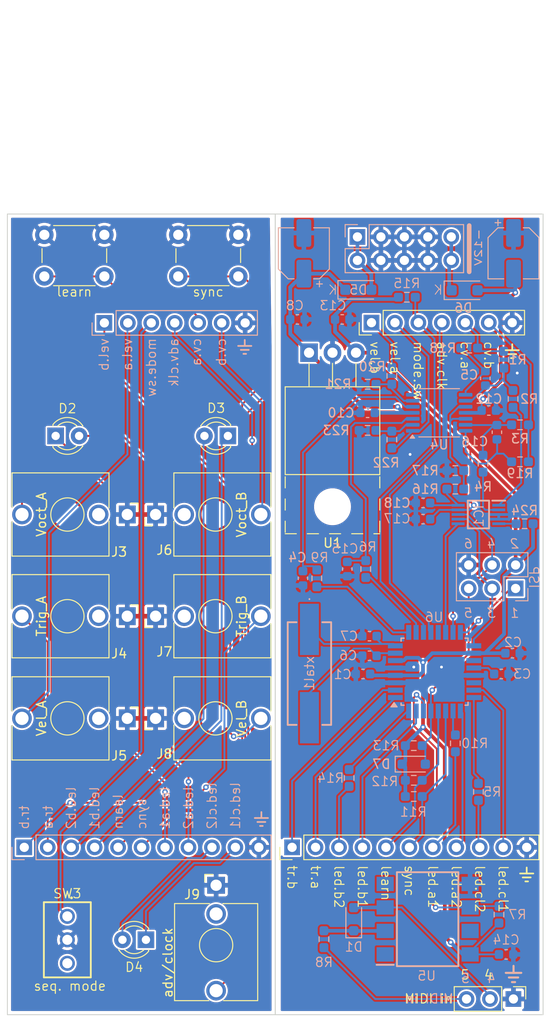
<source format=kicad_pcb>
(kicad_pcb (version 20240108) (generator "pcbnew") (generator_version "8.0")
  (layers (0 "F.Cu" signal) (31 "B.Cu" signal) (34 "B.Paste" user) (35 "F.Paste" user) (36 "B.SilkS" user "B.Silkscreen") (37 "F.SilkS" user "F.Silkscreen") (38 "B.Mask" user) (39 "F.Mask" user) (44 "Edge.Cuts" user))
  (net 0 "")
  (net 1 "GND")
  (net 2 "/SCK")
  (net 3 "/MOSI")
  (net 4 "/RESET")
  (net 5 "/MISO")
  (net 6 "/midi4")
  (net 7 "/midi5")
  (net 8 "/UART_Rx")
  (net 9 "/pwm_vel_A")
  (net 10 "/pwm_vel_b")
  (net 11 "/IO Control PCB/led_a1_f")
  (net 12 "/CS")
  (net 13 "/IO Control PCB/led_a2_f")
  (net 14 "Net-(U6-AREF)")
  (net 15 "/DAC_OUT_A")
  (net 16 "/DAC_OUT_B")
  (net 17 "+12V")
  (net 18 "-12V")
  (net 19 "Net-(D1-K)")
  (net 20 "Net-(U6-XTAL1{slash}PB6)")
  (net 21 "Net-(U6-XTAL2{slash}PB7)")
  (net 22 "/IO Control PCB/led_b1_f")
  (net 23 "/IO Control PCB/led_b2_f")
  (net 24 "Net-(D5-A)")
  (net 25 "Net-(D6-K)")
  (net 26 "5V")
  (net 27 "/CLR_DAC")
  (net 28 "/VREF_DAC")
  (net 29 "Net-(U6-PC1)")
  (net 30 "Net-(U6-PC3)")
  (net 34 "/IO Control PCB/led_cl2_f")
  (net 36 "/IO Control PCB/voct_a_f")
  (net 38 "/IO Control PCB/trig_a_f")
  (net 40 "/IO Control PCB/vel_a_f")
  (net 42 "/IO Control PCB/voct_b_f")
  (net 43 "/IO Control PCB/trig_b_f")
  (net 45 "/IO Control PCB/vel_b_f")
  (net 48 "/IO Control PCB/adv_clock_f")
  (net 49 "/IO Control PCB/led_cl1_f")
  (net 50 "/IO Control PCB/seq_mode_sw")
  (net 51 "/IO Control PCB/learn_sw_f")
  (net 52 "/IO Control PCB/sync_sw_f")
  (net 53 "/sync_sw_b")
  (net 54 "/learn_sw_b")
  (net 55 "/led_b2_b")
  (net 56 "/led_a1_b")
  (net 57 "/led_a2_b")
  (net 58 "/led_b1_b")
  (net 59 "/vel_b_b")
  (net 60 "/trig_a_b")
  (net 61 "/vel_a_b")
  (net 62 "/voct_a_b")
  (net 63 "/trig_b_b")
  (net 64 "/voct_b_b")
  (net 65 "/led_cl2_b")
  (net 66 "/seq_mode_sw_b")
  (net 67 "/adv_clock_b")
  (net 68 "/led_cl1_b")
  (net 70 "Net-(U6-PD2)")
  (net 74 "/VREF{slash}2")
  (net 75 "Net-(U4B-+)")
  (net 76 "Net-(U4A-+)")
  (net 77 "Net-(U4B--)")
  (net 78 "Net-(U4A--)")
  (net 79 "Net-(C5-Pad2)")
  (net 80 "Net-(C16-Pad2)")
  (net 81 "Net-(U4C--)")
  (net 82 "Net-(U4D--)")
  (footprint "Button_Switch_THT:SW_PUSH_6mm_H8mm" (layer "F.Cu") (at 70.33 52.95)
    (property "Reference" "SW1" (hide yes))
    (property "Value" "re-sync")
  )
  (footprint "LED_THT:LED_D3.0mm_Clear" (layer "F.Cu") (at 75.705 74.7 180)
    (property "Reference" "D3")
    (property "Value" "LED_B")
  )
  (footprint "LED_THT:LED_D3.0mm_Clear" (layer "F.Cu") (at 66.83 129.2 180)
    (property "Reference" "D4")
    (property "Value" "LED_clock")
  )
  (footprint "WeirdVibes:Thonkiconn" (layer "F.Cu") (at 67.875 94.2 90)
    (property "Reference" "J7")
    (property "Value" "Trig_B")
  )
  (footprint "WeirdVibes:Thonkiconn" (layer "F.Cu") (at 64.81 105.249999 -90)
    (property "Reference" "J5")
    (property "Value" "Vel_A")
  )
  (footprint "Connector_PinHeader_2.54mm:PinHeader_1x03_P2.54mm_Vertical" (layer "F.Cu") (at 106.62 135.6 -90)
    (property "Reference" "J10" (hide yes))
    (property "Value" "midi")
  )
  (footprint "Connector_PinHeader_2.54mm:PinHeader_1x11_P2.54mm_Vertical" (layer "F.Cu") (at 82.655 119.2 90)
    (property "Reference" "J11" (hide yes))
    (property "Value" "back bottom")
  )
  (footprint "WeirdVibes:Thonkiconn" (layer "F.Cu") (at 67.875 105.249999 90)
    (property "Reference" "J8")
    (property "Value" "Vel_B")
  )
  (footprint "WeirdVibes:Thonkiconn" (layer "F.Cu") (at 74.43 123.3)
    (property "Reference" "J9")
    (property "Value" "adv/clock")
  )
  (footprint "Connector_PinHeader_2.54mm:PinHeader_1x07_P2.54mm_Vertical" (layer "F.Cu") (at 91.250001 62.45 90)
    (property "Reference" "J13" (hide yes))
    (property "Value" "back top")
  )
  (footprint "WeirdVibes:Thonkiconn" (layer "F.Cu") (at 67.875 83.2 90)
    (property "Reference" "J6")
    (property "Value" "Voct_B")
  )
  (footprint "LED_THT:LED_D3.0mm_Clear" (layer "F.Cu") (at 57.055 74.7)
    (property "Reference" "D2")
    (property "Value" "LED_A")
  )
  (footprint "WeirdVibes:Thonkiconn" (layer "F.Cu") (at 64.81 94.2 -90)
    (property "Reference" "J4")
    (property "Value" "Trig_A")
  )
  (footprint "WeirdVibes:Thonkiconn" (layer "F.Cu") (at 64.81 83.2 -90)
    (property "Reference" "J3")
    (property "Value" "Voct_A")
  )
  (footprint "Button_Switch_THT:SW_PUSH_6mm_H8mm" (layer "F.Cu") (at 55.83 52.95)
    (property "Reference" "SW2" (hide yes))
    (property "Value" "midi learn")
  )
  (footprint "Package_TO_SOT_THT:TO-220-3_Horizontal_TabUp" (layer "F.Cu") (at 84.49 65.7)
    (property "Reference" "U1")
    (property "Value" "LM7805_TO220")
  )
  (footprint "WeirdVibes_Eurorack:submini" (layer "F.Cu") (at 58.320193 126.66 180)
    (property "Reference" "SW3")
    (property "Value" "seq. mode")
  )
  (footprint "Resistor_SMD:R_0603_1608Metric_Pad0.98x0.95mm_HandSolder" (layer "B.Cu") (at 107.33 73.5 180)
    (property "Reference" "R3")
    (property "Value" "240k")
  )
  (footprint "Capacitor_SMD:C_0603_1608Metric" (layer "B.Cu") (at 105.305 100.45)
    (property "Reference" "C3")
    (property "Value" "100n")
  )
  (footprint "Connector_PinSocket_2.54mm:PinSocket_1x07_P2.54mm_Vertical" (layer "B.Cu") (at 62.33 62.475 -90)
    (property "Reference" "J14" (hide yes))
    (property "Value" "front top")
  )
  (footprint "Capacitor_SMD:C_0603_1608Metric" (layer "B.Cu") (at 104.83 74.3 -90)
    (property "Reference" "C16")
    (property "Value" "18p")
  )
  (footprint "Diode_SMD:D_SOD-323_HandSoldering" (layer "B.Cu") (at 95.83 110.2)
    (property "Reference" "D7")
    (property "Value" "1N4148")
  )
  (footprint "Capacitor_SMD:C_0603_1608Metric" (layer "B.Cu") (at 90.83 72.2 180)
    (property "Reference" "C10")
    (property "Value" "100n")
  )
  (footprint "Resistor_SMD:R_0603_1608Metric_Pad0.98x0.95mm_HandSolder" (layer "B.Cu") (at 95.08 59.7 180)
    (property "Reference" "R15")
    (property "Value" "10k")
  )
  (footprint "Resistor_SMD:R_0603_1608Metric_Pad0.98x0.95mm_HandSolder" (layer "B.Cu") (at 105.58 66.45 -90)
    (property "Reference" "R1")
    (property "Value" "240k")
  )
  (footprint "Resistor_SMD:R_0603_1608Metric_Pad0.98x0.95mm_HandSolder" (layer "B.Cu") (at 102.83 113.2 -90)
    (property "Reference" "R5")
    (property "Value" "220R")
  )
  (footprint "Capacitor_SMD:C_0603_1608Metric" (layer "B.Cu") (at 105.83 130.78)
    (property "Reference" "C14")
    (property "Value" "100n")
  )
  (footprint "SamacSys_Parts:SOP50P490X110-10N" (layer "B.Cu") (at 102.83 83.2 180)
    (property "Reference" "IC1")
    (property "Value" "DAC8562SDGSR" (hide yes))
  )
  (footprint "Resistor_SMD:R_0603_1608Metric_Pad0.98x0.95mm_HandSolder" (layer "B.Cu") (at 106.58 70.7 -90)
    (property "Reference" "R2")
    (property "Value" "47k")
  )
  (footprint "Resistor_SMD:R_0603_1608Metric_Pad0.98x0.95mm_HandSolder" (layer "B.Cu") (at 95.83 113.7)
    (property "Reference" "R11")
    (property "Value" "10k")
  )
  (footprint "Resistor_SMD:R_0603_1608Metric_Pad0.98x0.95mm_HandSolder" (layer "B.Cu") (at 100.33 107.95 -90)
    (property "Reference" "R10")
    (property "Value" "220R")
  )
  (footprint "Resistor_SMD:R_0603_1608Metric_Pad0.98x0.95mm_HandSolder" (layer "B.Cu") (at 105.055 126.47 -90)
    (property "Reference" "R7")
    (property "Value" "1k")
  )
  (footprint "Capacitor_SMD:C_0603_1608Metric" (layer "B.Cu") (at 106.518835 98.2)
    (property "Reference" "C2")
    (property "Value" "100n")
  )
  (footprint "Capacitor_SMD:C_0603_1608Metric" (layer "B.Cu") (at 88.08 62.1)
    (property "Reference" "C13")
    (property "Value" "0.1u")
  )
  (footprint "Capacitor_SMD:C_0603_1608Metric" (layer "B.Cu") (at 88.63 89.1 90)
    (property "Reference" "C15")
    (property "Value" "1u")
  )
  (footprint "Capacitor_SMD:C_0603_1608Metric" (layer "B.Cu") (at 83.23 62.1)
    (property "Reference" "C8")
    (property "Value" "0.33u")
  )
  (footprint "Capacitor_SMD:C_0603_1608Metric" (layer "B.Cu") (at 90.33 100.45 180)
    (property "Reference" "C1")
    (property "Value" "100n")
  )
  (footprint "SamacSys_Parts:SOP254P1005X465-8N" (layer "B.Cu") (at 97.33 126.97)
    (property "Reference" "U5")
    (property "Value" "6N137" (hide yes))
  )
  (footprint "Capacitor_SMD:C_0603_1608Metric" (layer "B.Cu") (at 96.83 83.7 180)
    (property "Reference" "C17")
    (property "Value" "1u")
  )
  (footprint "Resistor_SMD:R_0603_1608Metric_Pad0.98x0.95mm_HandSolder" (layer "B.Cu") (at 101.83 65.2 180)
    (property "Reference" "R18")
    (property "Value" "1k")
  )
  (footprint "Connector_PinHeader_2.54mm:PinHeader_2x03_P2.54mm_Vertical" (layer "B.Cu") (at 106.855 91.2 90)
    (property "Reference" "J2" (hide yes))
    (property "Value" "ISP connector")
  )
  (footprint "Capacitor_SMD:C_0603_1608Metric" (layer "B.Cu") (at 96.83 81.95 180)
    (property "Reference" "C18")
    (property "Value" "150n")
  )
  (footprint "Capacitor_SMD:C_0603_1608Metric" (layer "B.Cu") (at 91.030379 96.35736 180)
    (property "Reference" "C7")
    (property "Value" "18p")
  )
  (footprint "Resistor_SMD:R_0603_1608Metric_Pad0.98x0.95mm_HandSolder" (layer "B.Cu") (at 90.83 74.1 180)
    (property "Reference" "R23")
    (property "Value" "56k")
  )
  (footprint "Resistor_SMD:R_0603_1608Metric_Pad0.98x0.95mm_HandSolder" (layer "B.Cu") (at 93.455 68.2 -90)
    (property "Reference" "R20")
    (property "Value" "33k")
  )
  (footprint "Resistor_SMD:R_0603_1608Metric_Pad0.98x0.95mm_HandSolder" (layer "B.Cu") (at 95.83 108.2 180)
    (property "Reference" "R13")
    (property "Value" "10k")
  )
  (footprint "Resistor_SMD:R_0603_1608Metric_Pad0.98x0.95mm_HandSolder" (layer "B.Cu") (at 85.33 90.1 90)
    (property "Reference" "R9")
    (property "Value" "10k")
  )
  (footprint "Connector_PinHeader_2.54mm:PinHeader_2x05_P2.54mm_Vertical" (layer "B.Cu") (at 89.73 53.175 -90)
    (property "Reference" "J1" (hide yes))
    (property "Value" "PWR_IN")
  )
  (footprint "Resistor_SMD:R_0603_1608Metric_Pad0.98x0.95mm_HandSolder" (layer "B.Cu") (at 107.33 77.5 180)
    (property "Reference" "R19")
    (property "Value" "1k")
  )
  (footprint "Connector_PinSocket_2.54mm:PinSocket_1x11_P2.54mm_Vertical" (layer "B.Cu") (at 53.657822 119.2 -90)
    (property "Reference" "J12" (hide yes))
    (property "Value" "front bottom")
  )
  (footprint "SamacSys_Parts:XT9M20ANA20M" (layer "B.Cu") (at 84.531992 100.401992 -90)
    (property "Reference" "xtal1")
    (property "Value" "16MHz" (hide yes))
  )
  (footprint "Diode_SMD:D_SOD-123F" (layer "B.Cu") (at 101.33 58.95)
    (property "Reference" "D6")
    (property "Value" "rpp diode")
  )
  (footprint "Resistor_SMD:R_0603_1608Metric_Pad0.98x0.95mm_HandSolder" (layer "B.Cu") (at 93.455 75.1 90)
    (property "Reference" "R22")
    (property "Value" "33k")
  )
  (footprint "Resistor_SMD:R_0603_1608Metric_Pad0.98x0.95mm_HandSolder" (layer "B.Cu") (at 103.33 77.7 -90)
    (property "Reference" "R4")
    (property "Value" "47k")
  )
  (footprint "Resistor_SMD:R_0603_1608Metric_Pad0.98x0.95mm_HandSolder" (layer "B.Cu") (at 100.33 78.45)
    (property "Reference" "R17")
    (property "Value" "47k")
  )
  (footprint "Capacitor_SMD:C_0603_1608Metric" (layer "B.Cu") (at 103.955 71.95 180)
    (property "Reference" "C12")
    (property "Value" "100n")
  )
  (footprint "Resistor_SMD:R_0603_1608Metric_Pad0.98x0.95mm_HandSolder" (layer "B.Cu") (at 86.105 129.1325 90)
    (property "Reference" "R8")
    (property "Value" "220R")
  )
  (footprint "Diode_SMD:D_SOD-323_HandSoldering" (layer "B.Cu") (at 89.33 126.97 90)
    (property "Reference" "D1")
    (property "Value" "1N4148")
  )
  (footprint "Resistor_SMD:R_0603_1608Metric_Pad0.98x0.95mm_HandSolder" (layer "B.Cu") (at 90.83 69.1125 180)
    (property "Reference" "R21")
    (property "Value" "56k")
  )
  (footprint "Capacitor_SMD:CP_Elec_5x5.4" (layer "B.Cu") (at 106.63 54.95 -90)
    (property "Reference" "C11" (hide yes))
    (property "Value" "10u")
  )
  (footprint "Diode_SMD:D_SOD-123F" (layer "B.Cu") (at 89.83 58.9)
    (property "Reference" "D5")
    (property "Value" "rpp diode")
  )
  (footprint "Resistor_SMD:R_0603_1608Metric_Pad0.98x0.95mm_HandSolder" (layer "B.Cu") (at 90.63 89.1 90)
    (property "Reference" "R6")
    (property "Value" "10k")
  )
  (footprint "Capacitor_SMD:C_0603_1608Metric" (layer "B.Cu") (at 103.58 68.475 90)
    (property "Reference" "C5")
    (property "Value" "18p")
  )
  (footprint "Package_SO:TSSOP-14_4.4x5mm_P0.65mm" (layer "B.Cu") (at 98.58 72.2)
    (property "Reference" "U4")
    (property "Value" "OPA4196xD")
  )
  (footprint "Resistor_SMD:R_0603_1608Metric_Pad0.98x0.95mm_HandSolder" (layer "B.Cu") (at 107.83 84.2 180)
    (property "Reference" "R24")
    (property "Value" "10k")
  )
  (footprint "Resistor_SMD:R_0603_1608Metric_Pad0.98x0.95mm_HandSolder" (layer "B.Cu") (at 95.83 111.95)
    (property "Reference" "R12")
    (property "Value" "10k")
  )
  (footprint "Capacitor_SMD:CP_Elec_5x5.4" (layer "B.Cu") (at 83.93 54.95 90)
    (property "Reference" "C9" (hide yes))
    (property "Value" "10u")
  )
  (footprint "Capacitor_SMD:C_0603_1608Metric" (layer "B.Cu") (at 83.83 90.1 90)
    (property "Reference" "C4")
    (property "Value" "1u")
  )
  (footprint "Capacitor_SMD:C_0603_1608Metric" (layer "B.Cu") (at 91.030379 98.47868 180)
    (property "Reference" "C6")
    (property "Value" "18p")
  )
  (footprint "Package_QFP:TQFP-32_7x7mm_P0.8mm" (layer "B.Cu") (at 98.08 100.2)
    (property "Reference" "U6")
    (property "Value" "ATmega328-A")
  )
  (footprint "Resistor_SMD:R_0603_1608Metric_Pad0.98x0.95mm_HandSolder" (layer "B.Cu") (at 100.33 80.45 180)
    (property "Reference" "R16")
    (property "Value" "47k")
  )
  (footprint "Resistor_SMD:R_0603_1608Metric_Pad0.98x0.95mm_HandSolder" (layer "B.Cu") (at 88.83 111.7 -90)
    (property "Reference" "R14")
    (property "Value" "220R")
  )
  (gr_line (start 101.83 56.95) (end 101.83 51.95) (stroke (width 0.5) (type dash)) (layer "B.SilkS"))
  (gr_rect (start 80.83 50.7) (end 109.83 137.3) (stroke (width 0.1)) (fill none) (layer "Edge.Cuts"))
  (gr_rect (start 51.83 50.7) (end 80.83 137.3) (stroke (width 0.1)) (fill none) (layer "Edge.Cuts"))
  (gr_text "tr.a" (at 56.23 115.961905 90) (layer "B.SilkS") (effects (font (size 1 1) (thickness 0.125)) (justify mirror)))
  (gr_text "6" (at 102.33 86.95 0) (layer "B.SilkS") (effects (font (size 1 1) (thickness 0.125) (italic yes)) (justify left bottom mirror)))
  (gr_text "ISP" (at 108.23 91.278994 -90) (layer "B.SilkS") (effects (font (size 1 1) (thickness 0.125)) (justify left bottom mirror)))
  (gr_text "4" (at 104.83 86.95 0) (layer "B.SilkS") (effects (font (size 1 1) (thickness 0.125) (italic yes)) (justify left bottom mirror)))
  (gr_text "led.cl2" (at 73.977822 114.7 90) (layer "B.SilkS") (effects (font (size 1 1) (thickness 0.125)) (justify mirror)))
  (gr_text "sync" (at 66.357822 115.580953 90) (layer "B.SilkS") (effects (font (size 1 1) (thickness 0.125)) (justify mirror)))
  (gr_text "3" (at 104.83 94.45 0) (layer "B.SilkS") (effects (font (size 1 1) (thickness 0.125) (italic yes)) (justify left bottom mirror)))
  (gr_text "led.a2" (at 71.437822 114.938096 90) (layer "B.SilkS") (effects (font (size 1 1) (thickness 0.125)) (justify mirror)))
  (gr_text "5" (at 101.43 133.375 0) (layer "B.SilkS") (effects (font (size 1 1) (thickness 0.125)) (justify mirror)))
  (gr_text "4" (at 104.213369 133.375 0) (layer "B.SilkS") (effects (font (size 1 1) (thickness 0.125)) (justify mirror)))
  (gr_text "⏚" (at 79.33 116.2 0) (layer "B.SilkS") (effects (font (size 1.5 1.5) (thickness 0.1875)) (justify mirror)))
  (gr_text "adv.clk" (at 69.83 66.757143 90) (layer "B.SilkS") (effects (font (size 1 1) (thickness 0.125)) (justify mirror)))
  (gr_text "⏚" (at 106.63 132.975 0) (layer "B.SilkS") (effects (font (size 1.75 1.75) (thickness 0.21875))))
  (gr_text "led.cl1" (at 76.517822 114.7 90) (layer "B.SilkS") (effects (font (size 1 1) (thickness 0.125)) (justify mirror)))
  (gr_text "vel.b" (at 62.29 65.9 90) (layer "B.SilkS") (effects (font (size 1 1) (thickness 0.125)) (justify mirror)))
  (gr_text "5" (at 102.33 94.45 0) (layer "B.SilkS") (effects (font (size 1 1) (thickness 0.125) (italic yes)) (justify left bottom mirror)))
  (gr_text "1" (at 107.33 94.45 0) (layer "B.SilkS") (effects (font (size 1 1) (thickness 0.125) (italic yes)) (justify left bottom mirror)))
  (gr_text "led.b1" (at 61.277822 114.938096 90) (layer "B.SilkS") (effects (font (size 1 1) (thickness 0.125)) (justify mirror)))
  (gr_text "led.b2" (at 58.737822 114.938096 90) (layer "B.SilkS") (effects (font (size 1 1) (thickness 0.125)) (justify mirror)))
  (gr_text "K" (at 87.63 59.5 0) (layer "B.SilkS") (effects (font (size 1 1) (thickness 0.1)) (justify left bottom mirror)))
  (gr_text "tr.b" (at 53.657822 115.961905 90) (layer "B.SilkS") (effects (font (size 1 1) (thickness 0.125)) (justify mirror)))
  (gr_text "led.a1" (at 68.897822 114.938096 90) (layer "B.SilkS") (effects (font (size 1 1) (thickness 0.125)) (justify mirror)))
  (gr_text "MIDI in" (at 97.53 135.575 0) (layer "B.SilkS") (effects (font (size 1 1) (thickness 0.125)) (justify mirror)))
  (gr_text "cv.b" (at 74.99 65.638095 90) (layer "B.SilkS") (effects (font (size 1 1) (thickness 0.125)) (justify mirror)))
  (gr_text "K" (at 99.03 59.5 0) (layer "B.SilkS") (effects (font (size 1 1) (thickness 0.1)) (justify left bottom mirror)))
  (gr_text "⏚" (at 77.53 65.138095 -0) (layer "B.SilkS") (effects (font (size 1.5 1.5) (thickness 0.1875)) (justify mirror)))
  (gr_text "cv.a" (at 72.289998 65.638095 90) (layer "B.SilkS") (effects (font (size 1 1) (thickness 0.125)) (justify mirror)))
  (gr_text "vel.a" (at 64.83 65.9 90) (layer "B.SilkS") (effects (font (size 1 1) (thickness 0.125)) (justify mirror)))
  (gr_text "2" (at 107.33 86.95 0) (layer "B.SilkS") (effects (font (size 1 1) (thickness 0.125) (italic yes)) (justify left bottom mirror)))
  (gr_text "mode.sw" (at 67.41 67.304762 90) (layer "B.SilkS") (effects (font (size 1 1) (thickness 0.125)) (justify mirror)))
  (gr_text "-12V" (at 102.83 54.3 90) (layer "B.SilkS") (effects (font (size 0.75 1) (thickness 0.125)) (justify mirror)))
  (gr_text "learn" (at 63.817822 115.342857 90) (layer "B.SilkS") (effects (font (size 1 1) (thickness 0.125)) (justify mirror)))
  (gr_text "sync" (at 95.355 122.819048 -90) (layer "F.SilkS") (effects (font (size 1 1) (thickness 0.125))))
  (gr_text "tr.b" (at 82.655 122.438095 -90) (layer "F.SilkS") (effects (font (size 1 1) (thickness 0.125))))
  (gr_text "led.a2" (at 100.435001 123.461905 -90) (layer "F.SilkS") (effects (font (size 1 1) (thickness 0.125))))
  (gr_text "5" (at 101.382335 132.985845 0) (layer "F.SilkS") (effects (font (size 1 1) (thickness 0.125))))
  (gr_text "cv.a" (at 101.410001 65.980952 -90) (layer "F.SilkS") (effects (font (size 1 1) (thickness 0.125))))
  (gr_text "led.b2" (at 87.734999 123.461905 -90) (layer "F.SilkS") (effects (font (size 1 1) (thickness 0.125))))
  (gr_text "adv.clk" (at 98.870001 67.1 -90) (layer "F.SilkS") (effects (font (size 1 1) (thickness 0.125))))
  (gr_text "⏚" (at 108.055 122.2 -0) (layer "F.SilkS") (effects (font (size 1.5 1.5) (thickness 0.1875))))
  (gr_text "MIDI in" (at 97.43 135.575 0) (layer "F.SilkS") (effects (font (size 1 1) (thickness 0.125))))
  (gr_text "led.a1" (at 97.895 123.461905 -90) (layer "F.SilkS") (effects (font (size 1 1) (thickness 0.125))))
  (gr_text "vel.b" (at 91.63 66.242857 -90) (layer "F.SilkS") (effects (font (size 1 1) (thickness 0.125))))
  (gr_text "learn" (at 57.087738 59.7 0) (layer "F.SilkS") (effects (font (size 1 1) (thickness 0.125)) (justify left bottom)))
  (gr_text "led.b1" (at 90.275 123.461905 -90) (layer "F.SilkS") (effects (font (size 1 1) (thickness 0.125))))
  (gr_text "⏚" (at 106.63 132.975 0) (layer "F.SilkS") (effects (font (size 1.75 1.75) (thickness 0.21875))))
  (gr_text "learn" (at 92.815 123.057143 -90) (layer "F.SilkS") (effects (font (size 1 1) (thickness 0.125))))
  (gr_text "tr.a" (at 85.195 122.438095 -90) (layer "F.SilkS") (effects (font (size 1 1) (thickness 0.125))))
  (gr_text "sync" (at 71.825833 59.7 0) (layer "F.SilkS") (effects (font (size 1 1) (thickness 0.125)) (justify left bottom)))
  (gr_text "4" (at 103.922335 132.985845 0) (layer "F.SilkS") (effects (font (size 1 1) (thickness 0.125))))
  (gr_text "⏚" (at 106.490001 65.6 -0) (layer "F.SilkS") (effects (font (size 1.5 1.5) (thickness 0.1875))))
  (gr_text "led.cl2" (at 102.975 123.7 -90) (layer "F.SilkS") (effects (font (size 1 1) (thickness 0.125))))
  (gr_text "mode.sw" (at 96.33 67.647618 -90) (layer "F.SilkS") (effects (font (size 1 1) (thickness 0.125))))
  (gr_text "cv.b" (at 103.950001 65.980952 270) (layer "F.SilkS") (effects (font (size 1 1) (thickness 0.125))))
  (gr_text "vel.a" (at 93.790001 66.242857 -90) (layer "F.SilkS") (effects (font (size 1 1) (thickness 0.125))))
  (gr_text "led.cl1" (at 105.515 123.7 -90) (layer "F.SilkS") (effects (font (size 1 1) (thickness 0.125))))
  (via (at 98.83 99.7) (size 0.6) (drill 0.3) (layers "F.Cu" "B.Cu") (net 1))
  (via (at 95.83 99.7) (size 0.6) (drill 0.3) (layers "F.Cu" "B.Cu") (net 1))
  (via (at 107.03 67.9) (size 0.6) (drill 0.3) (layers "F.Cu" "B.Cu") (net 1))
  (via (at 95.43 76.7) (size 0.6) (drill 0.3) (layers "F.Cu" "B.Cu") (net 1))
  (segment (start 104.33 94.7) (end 104.33 91.215) (width 0.2) (layer "B.Cu") (net 2))
  (segment (start 102.33 96.7) (end 104.33 94.7) (width 0.2) (layer "B.Cu") (net 2))
  (segment (start 104.315 91.2) (end 102.925 89.81) (width 0.2) (layer "B.Cu") (net 2))
  (segment (start 102.925 85.045) (end 101.579999 83.699999) (width 0.2) (layer "B.Cu") (net 2))
  (segment (start 102.33 97.4) (end 102.33 96.7) (width 0.2) (layer "B.Cu") (net 2))
  (segment (start 101.579999 83.699999) (end 100.63 83.699999) (width 0.2) (layer "B.Cu") (net 2))
  (segment (start 102.925 89.81) (end 102.925 85.045) (width 0.2) (layer "B.Cu") (net 2))
  (segment (start 104.315 88.66) (end 102.925 90.05) (width 0.2) (layer "F.Cu") (net 3))
  (segment (start 101.298654 90.05) (end 100.08 91.268654) (width 0.2) (layer "F.Cu") (net 3))
  (segment (start 102.925 90.05) (end 101.298654 90.05) (width 0.2) (layer "F.Cu") (net 3))
  (segment (start 100.08 91.268654) (end 100.08 94.2) (width 0.2) (layer "F.Cu") (net 3))
  (via (at 100.08 94.2) (size 0.6) (drill 0.3) (layers "F.Cu" "B.Cu") (net 3))
  (segment (start 101.580001 83.2) (end 100.63 83.2) (width 0.2) (layer "B.Cu") (net 3))
  (segment (start 100.08 95.95) (end 100.08 94.2) (width 0.2) (layer "B.Cu") (net 3))
  (segment (start 104.315 88.66) (end 104.315 85.934999) (width 0.2) (layer "B.Cu") (net 3))
  (segment (start 104.315 85.934999) (end 101.580001 83.2) (width 0.2) (layer "B.Cu") (net 3))
  (segment (start 101.775 91.2) (end 101.775 98.255) (width 0.2) (layer "F.Cu") (net 4))
  (segment (start 101.775 98.255) (end 97.83 102.2) (width 0.2) (layer "F.Cu") (net 4))
  (via (at 97.83 102.2) (size 0.6) (drill 0.3) (layers "F.Cu" "B.Cu") (net 4))
  (segment (start 97.68 102.35) (end 97.83 102.2) (width 0.2) (layer "B.Cu") (net 4))
  (segment (start 97.079999 110.2) (end 97.079999 108.537499) (width 0.2) (layer "B.Cu") (net 4))
  (segment (start 96.7425 108.2) (end 97.68 107.2625) (width 0.2) (layer "B.Cu") (net 4))
  (segment (start 97.68 104.45) (end 97.68 102.35) (width 0.2) (layer "B.Cu") (net 4))
  (segment (start 97.68 107.2625) (end 97.68 104.45) (width 0.2) (layer "B.Cu") (net 4))
  (segment (start 106.33 91.2) (end 102.83 94.7) (width 0.2) (layer "F.Cu") (net 5))
  (via (at 102.83 94.7) (size 0.6) (drill 0.3) (layers "F.Cu" "B.Cu") (net 5))
  (segment (start 100.88 95.95) (end 101.58 95.95) (width 0.2) (layer "B.Cu") (net 5))
  (segment (start 101.58 95.95) (end 102.83 94.7) (width 0.2) (layer "B.Cu") (net 5))
  (segment (start 92.73 125.7) (end 89.35 125.7) (width 0.4) (layer "B.Cu") (net 6))
  (segment (start 92.73 125.7) (end 94.53 125.7) (width 0.2) (layer "B.Cu") (net 6))
  (segment (start 104.08 135.25) (end 104.08 135.6) (width 0.2) (layer "B.Cu") (net 6))
  (segment (start 94.53 125.7) (end 104.08 135.25) (width 0.2) (layer "B.Cu") (net 6))
  (segment (start 86.105 130.045) (end 91.66 135.6) (width 0.2) (layer "B.Cu") (net 7))
  (segment (start 91.66 135.6) (end 101.54 135.6) (width 0.2) (layer "B.Cu") (net 7))
  (segment (start 98.33 108.548529) (end 95.83 106.048529) (width 0.2) (layer "F.Cu") (net 8))
  (segment (start 96.745 118.723654) (end 98.33 117.138654) (width 0.2) (layer "F.Cu") (net 8))
  (segment (start 95.83 103) (end 96.13 102.7) (width 0.2) (layer "F.Cu") (net 8))
  (segment (start 96.745 124.25) (end 96.745 118.723654) (width 0.2) (layer "F.Cu") (net 8))
  (segment (start 95.83 106.048529) (end 95.83 103) (width 0.2) (layer "F.Cu") (net 8))
  (segment (start 98.33 117.138654) (end 98.33 108.548529) (width 0.2) (layer "F.Cu") (net 8))
  (segment (start 98.195 125.7) (end 96.745 124.25) (width 0.2) (layer "F.Cu") (net 8))
  (via (at 98.195 125.7) (size 0.6) (drill 0.3) (layers "F.Cu" "B.Cu") (net 8))
  (via (at 96.13 102.7) (size 0.6) (drill 0.3) (layers "F.Cu" "B.Cu") (net 8))
  (segment (start 102.2025 125.5575) (end 105.055 125.5575) (width 0.2) (layer "B.Cu") (net 8))
  (segment (start 98.195 125.7) (end 101.93 125.7) (width 0.2) (layer "B.Cu") (net 8))
  (segment (start 96.88 103.45) (end 96.88 104.45) (width 0.2) (layer "B.Cu") (net 8))
  (segment (start 96.13 102.7) (end 96.88 103.45) (width 0.2) (layer "B.Cu") (net 8))
  (segment (start 96.08 94.95) (end 91.1425 90.0125) (width 0.2) (layer "B.Cu") (net 9))
  (segment (start 91.1425 90.0125) (end 90.63 90.0125) (width 0.2) (layer "B.Cu") (net 9))
  (segment (start 96.08 95.95) (end 96.08 94.95) (width 0.2) (layer "B.Cu") (net 9))
  (segment (start 95.28 95.95) (end 93.58 95.95) (width 0.2) (layer "B.Cu") (net 10))
  (segment (start 88.6425 91.0125) (end 85.33 91.0125) (width 0.2) (layer "B.Cu") (net 10))
  (segment (start 93.58 95.95) (end 88.6425 91.0125) (width 0.2) (layer "B.Cu") (net 10))
  (segment (start 63.33 106.7) (end 63.33 80.975) (width 0.2) (layer "F.Cu") (net 11))
  (segment (start 63.33 80.975) (end 57.055 74.7) (width 0.2) (layer "F.Cu") (net 11))
  (segment (start 68.897822 112.267822) (end 63.33 106.7) (width 0.2) (layer "F.Cu") (net 11))
  (segment (start 68.897822 113.2) (end 68.897822 112.267822) (width 0.2) (layer "F.Cu") (net 11))
  (via (at 68.897822 113.2) (size 0.6) (drill 0.3) (layers "F.Cu" "B.Cu") (net 11))
  (segment (start 68.897822 113.2) (end 68.897822 119.2) (width 0.2) (layer "B.Cu") (net 11))
  (segment (start 99.28 85.55) (end 100.63 84.2) (width 0.2) (layer "B.Cu") (net 12))
  (segment (start 99.28 95.95) (end 99.28 85.55) (width 0.2) (layer "B.Cu") (net 12))
  (segment (start 69.61 79.98) (end 64.33 74.7) (width 0.2) (layer "F.Cu") (net 13))
  (segment (start 69.61 109.48) (end 69.61 79.98) (width 0.2) (layer "F.Cu") (net 13))
  (segment (start 71.437822 111.307822) (end 69.61 109.48) (width 0.2) (layer "F.Cu") (net 13))
  (segment (start 71.437822 112.092178) (end 71.437822 111.307822) (width 0.2) (layer "F.Cu") (net 13))
  (segment (start 64.33 74.7) (end 59.595 74.7) (width 0.2) (layer "F.Cu") (net 13))
  (via (at 71.437822 112.092178) (size 0.6) (drill 0.3) (layers "F.Cu" "B.Cu") (net 13))
  (segment (start 71.437822 112.092178) (end 71.437822 119.2) (width 0.2) (layer "B.Cu") (net 13))
  (segment (start 104.53 100.45) (end 103.88 99.8) (width 0.2) (layer "B.Cu") (net 14))
  (segment (start 103.88 99.8) (end 102.33 99.8) (width 0.2) (layer "B.Cu") (net 14))
  (segment (start 105.03 82.2) (end 107.455 79.775) (width 0.2) (layer "B.Cu") (net 15))
  (segment (start 107.455 72.4875) (end 106.58 71.6125) (width 0.2) (layer "B.Cu") (net 15))
  (segment (start 107.455 73.666722) (end 107.455 72.4875) (width 0.2) (layer "B.Cu") (net 15))
  (segment (start 107.448415 75.976693) (end 107.448415 73.673307) (width 0.2) (layer "B.Cu") (net 15))
  (segment (start 107.448415 73.673307) (end 107.455 73.666722) (width 0.2) (layer "B.Cu") (net 15))
  (segment (start 107.455 79.775) (end 107.455 75.983278) (width 0.2) (layer "B.Cu") (net 15))
  (segment (start 107.455 75.983278) (end 107.448415 75.976693) (width 0.2) (layer "B.Cu") (net 15))
  (segment (start 103.33 78.6125) (end 103.33 82.45) (width 0.2) (layer "B.Cu") (net 16))
  (segment (start 103.580001 82.700001) (end 105.03 82.700001) (width 0.2) (layer "B.Cu") (net 16))
  (segment (start 103.33 82.45) (end 103.580001 82.700001) (width 0.2) (layer "B.Cu") (net 16))
  (segment (start 90.34 71.55) (end 94.08 71.55) (width 0.4) (layer "F.Cu") (net 17))
  (segment (start 84.49 65.7) (end 90.34 71.55) (width 0.4) (layer "F.Cu") (net 17))
  (via (at 94.08 71.55) (size 0.6) (drill 0.3) (layers "F.Cu" "B.Cu") (net 17))
  (segment (start 82.455 63.665) (end 84.49 65.7) (width 0.4) (layer "B.Cu") (net 17))
  (segment (start 86.68 57.15) (end 88.43 58.9) (width 0.4) (layer "B.Cu") (net 17))
  (segment (start 82.455 62.1) (end 82.455 58.625) (width 0.4) (layer "B.Cu") (net 17))
  (segment (start 94.73 72.2) (end 94.08 71.55) (width 0.4) (layer "B.Cu") (net 17))
  (segment (start 82.455 58.625) (end 83.93 57.15) (width 0.4) (layer "B.Cu") (net 17))
  (segment (start 95.7175 72.2) (end 91.605 72.2) (width 0.4) (layer "B.Cu") (net 17))
  (segment (start 95.7175 72.2) (end 94.73 72.2) (width 0.4) (layer "B.Cu") (net 17))
  (segment (start 82.455 62.1) (end 82.455 63.665) (width 0.4) (layer "B.Cu") (net 17))
  (segment (start 83.93 57.15) (end 86.68 57.15) (width 0.4) (layer "B.Cu") (net 17))
  (segment (start 105.240001 68.789999) (end 103.33 70.7) (width 0.4) (layer "F.Cu") (net 18))
  (segment (start 106.83 59.2) (end 105.240001 60.789999) (width 0.4) (layer "F.Cu") (net 18))
  (segment (start 105.240001 60.789999) (end 105.240001 68.789999) (width 0.4) (layer "F.Cu") (net 18))
  (via (at 106.83 59.2) (size 0.6) (drill 0.3) (layers "F.Cu" "B.Cu") (net 18))
  (via (at 103.33 70.7) (size 0.6) (drill 0.3) (layers "F.Cu" "B.Cu") (net 18))
  (segment (start 106.83 59.2) (end 106.83 57.35) (width 0.4) (layer "B.Cu") (net 18))
  (segment (start 102.93 72.2) (end 103.18 71.95) (width 0.4) (layer "B.Cu") (net 18))
  (segment (start 101.4425 72.2) (end 102.93 72.2) (width 0.4) (layer "B.Cu") (net 18))
  (segment (start 103.18 70.85) (end 103.33 70.7) (width 0.2) (layer "B.Cu") (net 18))
  (segment (start 102.98 58.95) (end 106.58 58.95) (width 0.4) (layer "B.Cu") (net 18))
  (segment (start 106.58 58.95) (end 106.83 59.2) (width 0.4) (layer "B.Cu") (net 18))
  (segment (start 103.18 71.95) (end 103.18 70.85) (width 0.2) (layer "B.Cu") (net 18))
  (segment (start 92.73 128.24) (end 89.35 128.24) (width 0.4) (layer "B.Cu") (net 19))
  (segment (start 89.33 128.22) (end 86.105 128.22) (width 0.4) (layer "B.Cu") (net 19))
  (segment (start 91.026699 97.7) (end 89.33 97.7) (width 0.2) (layer "B.Cu") (net 20))
  (segment (start 84.531992 102.498008) (end 84.531992 105.176992) (width 0.2) (layer "B.Cu") (net 20))
  (segment (start 91.805379 98.47868) (end 91.026699 97.7) (width 0.2) (layer "B.Cu") (net 20))
  (segment (start 93.83 98.2) (end 92.084059 98.2) (width 0.2) (layer "B.Cu") (net 20))
  (segment (start 89.33 97.7) (end 84.531992 102.498008) (width 0.2) (layer "B.Cu") (net 20))
  (segment (start 93.63 97.2) (end 93.83 97.4) (width 0.2) (layer "B.Cu") (net 21))
  (segment (start 92.354621 97.2) (end 91.805379 96.650758) (width 0.2) (layer "B.Cu") (net 21))
  (segment (start 86.105 97.2) (end 93.63 97.2) (width 0.2) (layer "B.Cu") (net 21))
  (segment (start 84.531992 95.626992) (end 86.105 97.2) (width 0.2) (layer "B.Cu") (net 21))
  (segment (start 93.63 97.2) (end 92.354621 97.2) (width 0.2) (layer "B.Cu") (net 21))
  (segment (start 75.003 98.009552) (end 75.03 97.982552) (width 0.2) (layer "B.Cu") (net 22))
  (segment (start 61.277822 119.2) (end 75.003 105.474822) (width 0.2) (layer "B.Cu") (net 22))
  (segment (start 75.03 97.982552) (end 75.03 75.5) (width 0.2) (layer "B.Cu") (net 22))
  (segment (start 75.003 105.474822) (end 75.003 98.009552) (width 0.2) (layer "B.Cu") (net 22))
  (segment (start 73.065 105.2777) (end 59.1427 119.2) (width 0.2) (layer "B.Cu") (net 23))
  (segment (start 73.065 74.925) (end 73.065 105.2777) (width 0.2) (layer "B.Cu") (net 23))
  (segment (start 91.23 58.9) (end 91.23 57.215) (width 0.4) (layer "B.Cu") (net 24))
  (segment (start 91.23 57.215) (end 89.73 55.715) (width 0.4) (layer "B.Cu") (net 24))
  (segment (start 89.73 55.715) (end 89.73 53.175) (width 0.4) (layer "B.Cu") (net 24))
  (segment (start 99.665 58.935) (end 99.665 55.94) (width 0.4) (layer "B.Cu") (net 25))
  (segment (start 99.89 55.715) (end 99.89 53.175) (width 0.4) (layer "B.Cu") (net 25))
  (segment (start 99.665 55.94) (end 99.89 55.715) (width 0.4) (layer "B.Cu") (net 25))
  (segment (start 99.83 129.47) (end 99.185 128.825) (width 0.4) (layer "F.Cu") (net 26))
  (segment (start 89.569999 65.7) (end 91.58 65.7) (width 0.4) (layer "F.Cu") (net 26))
  (segment (start 91.58 65.7) (end 102.205 76.325) (width 0.4) (layer "F.Cu") (net 26))
  (segment (start 106.855 80.975) (end 106.855 88.66) (width 0.4) (layer "F.Cu") (net 26))
  (segment (start 101.955 81.825) (end 101.955 76.075) (width 0.2) (layer "F.Cu") (net 26))
  (segment (start 102.33 82.2) (end 101.955 81.825) (width 0.2) (layer "F.Cu") (net 26))
  (segment (start 102.205 76.325) (end 106.855 80.975) (width 0.4) (layer "F.Cu") (net 26))
  (segment (start 101.955 76.075) (end 102.205 76.325) (width 0.4) (layer "F.Cu") (net 26))
  (segment (start 99.185 108.555) (end 96.83 106.2) (width 0.4) (layer "F.Cu") (net 26))
  (segment (start 96.83 106.2) (end 96.83 99.2) (width 0.4) (layer "F.Cu") (net 26))
  (segment (start 99.185 128.825) (end 99.185 108.555) (width 0.4) (layer "F.Cu") (net 26))
  (via (at 102.33 82.2) (size 0.6) (drill 0.3) (layers "F.Cu" "B.Cu") (net 26))
  (via (at 96.83 106.2) (size 0.6) (drill 0.3) (layers "F.Cu" "B.Cu") (net 26))
  (via (at 96.83 99.2) (size 0.6) (drill 0.3) (layers "F.Cu" "B.Cu") (net 26))
  (via (at 99.83 129.47) (size 0.6) (drill 0.3) (layers "F.Cu" "B.Cu") (net 26))
  (segment (start 105.055 130.78) (end 101.93 130.78) (width 0.2) (layer "B.Cu") (net 26))
  (segment (start 96.33 98.7) (end 96.83 99.2) (width 0.4) (layer "B.Cu") (net 26))
  (segment (start 93.9675 59.9) (end 89.03 59.9) (width 0.4) (layer "B.Cu") (net 26))
  (segment (start 108.7425 86.7725) (end 106.855 88.66) (width 0.4) (layer "B.Cu") (net 26))
  (segment (start 105.605 89.91) (end 105.605 96.125) (width 0.4) (layer "B.Cu") (net 26))
  (segment (start 100.63 82.700001) (end 98.604999 82.700001) (width 0.2) (layer "B.Cu") (net 26))
  (segment (start 87.305 62.1) (end 87.305 63.435001) (width 0.4) (layer "B.Cu") (net 26))
  (segment (start 105.055 127.3825) (end 101.93 130.5075) (width 0.2) (layer "B.Cu") (net 26))
  (segment (start 94.73 99) (end 95.03 98.7) (width 0.4) (layer "B.Cu") (net 26))
  (segment (start 87.305 63.435001) (end 89.569999 65.7) (width 0.4) (layer "B.Cu") (net 26))
  (segment (start 108.7425 84.2) (end 108.7425 86.7725) (width 0.4) (layer "B.Cu") (net 26))
  (segment (start 99.83 129.47) (end 101.14 130.78) (width 0.4) (layer "B.Cu") (net 26))
  (segment (start 97.83 98.2) (end 96.83 99.2) (width 0.4) (layer "B.Cu") (net 26))
  (segment (start 102.33 82.2) (end 101.829999 82.700001) (width 0.2) (layer "B.Cu") (net 26))
  (segment (start 94.9175 113.7) (end 94.9175 111.95) (width 0.4) (layer "B.Cu") (net 26))
  (segment (start 96.83 100.2) (end 96.83 99.2) (width 0.4) (layer "B.Cu") (net 26))
  (segment (start 98.604999 82.700001) (end 97.605 83.7) (width 0.2) (layer "B.Cu") (net 26))
  (segment (start 91.255 100.6) (end 93.83 100.6) (width 0.4) (layer "B.Cu") (net 26))
  (segment (start 89.03 59.9) (end 87.23 61.7) (width 0.4) (layer "B.Cu") (net 26))
  (segment (start 94.9175 109.862501) (end 94.580001 110.2) (width 0.4) (layer "B.Cu") (net 26))
  (segment (start 94.9175 111.95) (end 94.9175 110.537499) (width 0.4) (layer "B.Cu") (net 26))
  (segment (start 96.43 100.6) (end 96.83 100.2) (width 0.4) (layer "B.Cu") (net 26))
  (segment (start 94.9175 108.1125) (end 96.83 106.2) (width 0.4) (layer "B.Cu") (net 26))
  (segment (start 103.53 98.2) (end 102.33 98.2) (width 0.4) (layer "B.Cu") (net 26))
  (segment (start 102.33 98.2) (end 97.83 98.2) (width 0.4) (layer "B.Cu") (net 26))
  (segment (start 93.83 100.6) (end 96.43 100.6) (width 0.4) (layer "B.Cu") (net 26))
  (segment (start 105.605 96.125) (end 103.53 98.2) (width 0.4) (layer "B.Cu") (net 26))
  (segment (start 94.9175 110.537499) (end 94.580001 110.2) (width 0.4) (layer "B.Cu") (net 26))
  (segment (start 102.33 98.2) (end 105.743835 98.2) (width 0.4) (layer "B.Cu") (net 26))
  (segment (start 95.03 98.7) (end 96.33 98.7) (width 0.4) (layer "B.Cu") (net 26))
  (segment (start 106.855 88.66) (end 105.605 89.91) (width 0.4) (layer "B.Cu") (net 26))
  (segment (start 101.14 130.78) (end 101.93 130.78) (width 0.4) (layer "B.Cu") (net 26))
  (segment (start 94.9175 108.2) (end 94.9175 109.862501) (width 0.4) (layer "B.Cu") (net 26))
  (segment (start 93.83 99) (end 94.73 99) (width 0.4) (layer "B.Cu") (net 26))
  (segment (start 101.829999 82.700001) (end 100.63 82.700001) (width 0.2) (layer "B.Cu") (net 26))
  (segment (start 105.03 84.2) (end 106.9175 84.2) (width 0.2) (layer "B.Cu") (net 27))
  (segment (start 100.63 82.2) (end 97.855 82.2) (width 0.2) (layer "B.Cu") (net 28))
  (segment (start 99.4175 80.9875) (end 99.4175 80.45) (width 0.2) (layer "B.Cu") (net 28))
  (segment (start 100.63 82.2) (end 99.4175 80.9875) (width 0.2) (layer "B.Cu") (net 28))
  (segment (start 102.33 103) (end 102.33 111.2) (width 0.2) (layer "B.Cu") (net 29))
  (segment (start 102.83 111.7) (end 102.83 112.2875) (width 0.2) (layer "B.Cu") (net 29))
  (segment (start 102.33 111.2) (end 102.83 111.7) (width 0.2) (layer "B.Cu") (net 29))
  (segment (start 100.08 106.7875) (end 100.08 104.45) (width 0.2) (layer "B.Cu") (net 30))
  (segment (start 72.827822 120.35) (end 73.977822 119.2) (width 0.2) (layer "B.Cu") (net 34))
  (segment (start 71.38 120.35) (end 72.827822 120.35) (width 0.2) (layer "B.Cu") (net 34))
  (segment (start 64.29 129.2) (end 64.29 127.44) (width 0.2) (layer "B.Cu") (net 34))
  (segment (start 64.29 127.44) (end 71.38 120.35) (width 0.2) (layer "B.Cu") (net 34))
  (segment (start 72.49 61.86) (end 71.08 60.45) (width 0.2) (layer "F.Cu") (net 36))
  (segment (start 71.08 60.45) (end 60.08 60.45) (width 0.2) (layer "F.Cu") (net 36))
  (segment (start 53.41 67.12) (end 53.41 83.2) (width 0.2) (layer "F.Cu") (net 36))
  (segment (start 60.08 60.45) (end 53.41 67.12) (width 0.2) (layer "F.Cu") (net 36))
  (segment (start 53.41 94.2) (end 56.197822 96.987822) (width 0.2) (layer "F.Cu") (net 38))
  (segment (start 56.197822 96.987822) (end 56.197822 119.2) (width 0.2) (layer "F.Cu") (net 38))
  (segment (start 64.83 76.7) (end 56.33 85.2) (width 0.2) (layer "B.Cu") (net 40))
  (segment (start 64.83 62.49) (end 64.83 76.7) (width 0.2) (layer "B.Cu") (net 40))
  (segment (start 56.33 102.329999) (end 53.41 105.249999) (width 0.2) (layer "B.Cu") (net 40))
  (segment (start 56.33 85.2) (end 56.33 102.329999) (width 0.2) (layer "B.Cu") (net 40))
  (segment (start 79.43 71.14) (end 79.43 83.045) (width 0.2) (layer "B.Cu") (net 42))
  (segment (start 75.03 66.74) (end 79.43 71.14) (width 0.2) (layer "B.Cu") (net 42))
  (segment (start 79.43 83.045) (end 79.275 83.2) (width 0.2) (layer "B.Cu") (net 42))
  (segment (start 75.03 62.45) (end 75.03 66.74) (width 0.2) (layer "B.Cu") (net 42))
  (segment (start 71.657 114.373) (end 73.33 112.7) (width 0.2) (layer "F.Cu") (net 43))
  (segment (start 58.624822 114.373) (end 71.657 114.373) (width 0.2) (layer "F.Cu") (net 43))
  (via (at 73.33 112.7) (size 0.6) (drill 0.3) (layers "F.Cu" "B.Cu") (net 43))
  (via (at 58.624822 114.373) (size 0.6) (drill 0.3) (layers "F.Cu" "B.Cu") (net 43))
  (segment (start 58.484822 114.373) (end 53.657822 119.2) (width 0.2) (layer "B.Cu") (net 43))
  (segment (start 75.33 110.7) (end 73.33 112.7) (width 0.2) (layer "B.Cu") (net 43))
  (segment (start 79.275 94.2) (end 75.33 98.145) (width 0.2) (layer "B.Cu") (net 43))
  (segment (start 58.624822 114.373) (end 58.484822 114.373) (width 0.2) (layer "B.Cu") (net 43))
  (segment (start 75.33 98.145) (end 75.33 110.7) (width 0.2) (layer "B.Cu") (net 43))
  (segment (start 75.958592 106.828592) (end 76.33 107.2) (width 0.2) (layer "F.Cu") (net 45))
  (segment (start 62.33 66.74) (end 75.958592 80.368592) (width 0.2) (layer "F.Cu") (net 45))
  (segment (start 62.33 62.45) (end 62.33 66.74) (width 0.2) (layer "F.Cu") (net 45))
  (segment (start 75.958592 80.368592) (end 75.958592 106.828592) (width 0.2) (layer "F.Cu") (net 45))
  (via (at 76.33 107.2) (size 0.6) (drill 0.3) (layers "F.Cu" "B.Cu") (net 45))
  (segment (start 77.324999 107.2) (end 76.33 107.2) (width 0.2) (layer "B.Cu") (net 45))
  (segment (start 79.275 105.249999) (end 77.324999 107.2) (width 0.2) (layer "B.Cu") (net 45))
  (segment (start 77.907822 131.222178) (end 77.907822 77.122178) (width 0.2) (layer "F.Cu") (net 48))
  (segment (start 78.33 76.7) (end 78.33 75.2) (width 0.2) (layer "F.Cu") (net 48))
  (segment (start 77.907822 77.122178) (end 78.33 76.7) (width 0.2) (layer "F.Cu") (net 48))
  (segment (start 74.43 134.7) (end 77.907822 131.222178) (width 0.2) (layer "F.Cu") (net 48))
  (via (at 78.33 75.2) (size 0.6) (drill 0.3) (layers "F.Cu" "B.Cu") (net 48))
  (segment (start 78.33 72.2) (end 78.33 75.2) (width 0.2) (layer "B.Cu") (net 48))
  (segment (start 69.95 62.45) (end 69.95 63.82) (width 0.2) (layer "B.Cu") (net 48))
  (segment (start 69.95 63.82) (end 78.33 72.2) (width 0.2) (layer "B.Cu") (net 48))
  (segment (start 76.517822 119.2) (end 74.817822 120.9) (width 0.2) (layer "B.Cu") (net 49))
  (segment (start 74.817822 120.9) (end 72.03 120.9) (width 0.2) (layer "B.Cu") (net 49))
  (segment (start 72.03 120.9) (end 66.83 126.1) (width 0.2) (layer "B.Cu") (net 49))
  (segment (start 66.83 126.1) (end 66.83 129.2) (width 0.2) (layer "B.Cu") (net 49))
  (segment (start 57.587822 117.542178) (end 57.587822 125.927629) (width 0.2) (layer "B.Cu") (net 50))
  (segment (start 66.33 108.8) (end 57.587822 117.542178) (width 0.2) (layer "B.Cu") (net 50))
  (segment (start 57.587822 125.927629) (end 58.320193 126.66) (width 0.2) (layer "B.Cu") (net 50))
  (segment (start 67.41 62.45) (end 66.33 63.53) (width 0.2) (layer "B.Cu") (net 50))
  (segment (start 66.33 63.53) (end 66.33 108.8) (width 0.2) (layer "B.Cu") (net 50))
  (segment (start 79.33 69.2) (end 79.33 61.2) (width 0.2) (layer "F.Cu") (net 51))
  (segment (start 63.83 58.95) (end 62.33 57.45) (width 0.2) (layer "F.Cu") (net 51))
  (segment (start 79.33 61.2) (end 77.08 58.95) (width 0.2) (layer "F.Cu") (net 51))
  (segment (start 77.253822 71.276178) (end 79.33 69.2) (width 0.2) (layer "F.Cu") (net 51))
  (segment (start 63.817822 119.2) (end 68.317822 114.7) (width 0.2) (layer "F.Cu") (net 51))
  (segment (start 62.33 57.45) (end 55.83 57.45) (width 0.2) (layer "F.Cu") (net 51))
  (segment (start 77.08 58.95) (end 63.83 58.95) (width 0.2) (layer "F.Cu") (net 51))
  (segment (start 77.253822 110.276178) (end 77.253822 71.276178) (width 0.2) (layer "F.Cu") (net 51))
  (segment (start 68.317822 114.7) (end 72.83 114.7) (width 0.2) (layer "F.Cu") (net 51))
  (segment (start 72.83 114.7) (end 77.253822 110.276178) (width 0.2) (layer "F.Cu") (net 51))
  (segment (start 70.33 57.45) (end 77.33 57.45) (width 0.2) (layer "F.Cu") (net 52))
  (segment (start 77.580822 72.449178) (end 77.580822 111.449178) (width 0.2) (layer "F.Cu") (net 52))
  (segment (start 77.580822 111.449178) (end 73.33 115.7) (width 0.2) (layer "F.Cu") (net 52))
  (segment (start 69.857822 115.7) (end 66.357822 119.2) (width 0.2) (layer "F.Cu") (net 52))
  (segment (start 73.33 115.7) (end 69.857822 115.7) (width 0.2) (layer "F.Cu") (net 52))
  (segment (start 79.83 59.95) (end 79.83 70.2) (width 0.2) (layer "F.Cu") (net 52))
  (segment (start 79.83 70.2) (end 77.580822 72.449178) (width 0.2) (layer "F.Cu") (net 52))
  (segment (start 77.33 57.45) (end 79.83 59.95) (width 0.2) (layer "F.Cu") (net 52))
  (segment (start 96.7425 113.7) (end 96.7425 117.8125) (width 0.2) (layer "B.Cu") (net 53))
  (segment (start 96.7425 117.8125) (end 95.355 119.2) (width 0.2) (layer "B.Cu") (net 53))
  (segment (start 99.28 104.45) (end 99.28 111.25) (width 0.2) (layer "B.Cu") (net 53))
  (segment (start 99.28 111.25) (end 96.83 113.7) (width 0.2) (layer "B.Cu") (net 53))
  (segment (start 95.955 116.06) (end 95.955 112.7375) (width 0.2) (layer "B.Cu") (net 54))
  (segment (start 98.48 110.2125) (end 96.7425 111.95) (width 0.2) (layer "B.Cu") (net 54))
  (segment (start 98.48 104.45) (end 98.48 110.2125) (width 0.2) (layer "B.Cu") (net 54))
  (segment (start 95.955 112.7375) (end 96.7425 111.95) (width 0.2) (layer "B.Cu") (net 54))
  (segment (start 92.815 119.2) (end 95.955 116.06) (width 0.2) (layer "B.Cu") (net 54))
  (segment (start 87.734999 119.2) (end 87.734999 113.707501) (width 0.2) (layer "B.Cu") (net 55))
  (segment (start 87.734999 113.707501) (end 88.83 112.6125) (width 0.2) (layer "B.Cu") (net 55))
  (segment (start 100.33 108.8625) (end 100.33 116.765) (width 0.2) (layer "B.Cu") (net 56))
  (segment (start 100.33 116.765) (end 97.895 119.2) (width 0.2) (layer "B.Cu") (net 56))
  (segment (start 101.105 118.530001) (end 100.435001 119.2) (width 0.2) (layer "B.Cu") (net 57))
  (segment (start 100.88 104.45) (end 101.105 104.675) (width 0.2) (layer "B.Cu") (net 57))
  (segment (start 101.105 104.675) (end 101.105 118.530001) (width 0.2) (layer "B.Cu") (net 57))
  (segment (start 90.275 111.588278) (end 90.275 119.2) (width 0.2) (layer "B.Cu") (net 58))
  (segment (start 96.08 104.45) (end 96.08 105.783278) (width 0.2) (layer "B.Cu") (net 58))
  (segment (start 96.08 105.783278) (end 90.275 111.588278) (width 0.2) (layer "B.Cu") (net 58))
  (segment (start 93.455 64.654999) (end 91.250001 62.45) (width 0.2) (layer "B.Cu") (net 59))
  (segment (start 95.7175 70.25) (end 95.7175 69.55) (width 0.2) (layer "B.Cu") (net 59))
  (segment (start 95.7175 69.55) (end 93.455 67.2875) (width 0.2) (layer "B.Cu") (net 59))
  (segment (start 93.455 67.2875) (end 93.455 64.654999) (width 0.2) (layer "B.Cu") (net 59))
  (segment (start 85.195 111.635) (end 85.195 119.2) (width 0.2) (layer "B.Cu") (net 60))
  (segment (start 93.83 103) (end 85.195 111.635) (width 0.2) (layer "B.Cu") (net 60))
  (segment (start 93.855 76.0125) (end 93.455 76.0125) (width 0.2) (layer "B.Cu") (net 61))
  (segment (start 95.7175 74.15) (end 93.855 76.0125) (width 0.2) (layer "B.Cu") (net 61))
  (segment (start 96.454999 74.15) (end 95.7175 74.15) (width 0.2) (layer "B.Cu") (net 61))
  (segment (start 97.43 66.089999) (end 97.43 73.174999) (width 0.2) (layer "B.Cu") (net 61))
  (segment (start 97.43 73.174999) (end 96.454999 74.15) (width 0.2) (layer "B.Cu") (net 61))
  (segment (start 97.43 66.089999) (end 93.790001 62.45) (width 0.2) (layer "B.Cu") (net 61))
  (segment (start 102.7425 65.2) (end 102.7425 63.782499) (width 0.2) (layer "B.Cu") (net 62))
  (segment (start 105.58 65.5375) (end 103.08 65.5375) (width 0.2) (layer "B.Cu") (net 62))
  (segment (start 102.7425 63.782499) (end 101.410001 62.45) (width 0.2) (layer "B.Cu") (net 62))
  (segment (start 93.83 102.2) (end 92.489736 102.2) (width 0.2) (layer "B.Cu") (net 63))
  (segment (start 92.489736 102.2) (end 82.655 112.034736) (width 0.2) (layer "B.Cu") (net 63))
  (segment (start 82.655 112.034736) (end 82.655 119.2) (width 0.2) (layer "B.Cu") (net 63))
  (segment (start 108.2425 77.5) (end 108.2425 73.5) (width 0.2) (layer "B.Cu") (net 64))
  (segment (start 103.950001 62.45) (end 108.4925 66.992499) (width 0.2) (layer "B.Cu") (net 64))
  (segment (start 108.4925 66.992499) (end 108.4925 73.25) (width 0.2) (layer "B.Cu") (net 64))
  (segment (start 102.83 114.1125) (end 102.83 119.055) (width 0.2) (layer "B.Cu") (net 65))
  (segment (start 98.08 75.7) (end 92.23 81.55) (width 0.2) (layer "B.Cu") (net 66))
  (segment (start 95.9925 59.7) (end 95.9925 62.112499) (width 0.2) (layer "B.Cu") (net 66))
  (segment (start 96.330001 62.45) (end 98.08 64.199999) (width 0.2) (layer "B.Cu") (net 66))
  (segment (start 98.08 64.199999) (end 98.08 75.7) (width 0.2) (layer "B.Cu") (net 66))
  (segment (start 92.23 81.55) (end 92.23 90.425) (width 0.2) (layer "B.Cu") (net 66))
  (segment (start 96.88 95.075) (end 96.88 95.95) (width 0.2) (layer "B.Cu") (net 66))
  (segment (start 92.23 90.425) (end 96.88 95.075) (width 0.2) (layer "B.Cu") (net 66))
  (segment (start 97.455 95.725) (end 97.68 95.95) (width 0.2) (layer "B.Cu") (net 67))
  (segment (start 98.63 75.65) (end 93.23 81.05) (width 0.2) (layer "B.Cu") (net 67))
  (segment (start 98.63 62.690001) (end 98.63 75.65) (width 0.2) (layer "B.Cu") (net 67))
  (segment (start 97.455 94.85) (end 97.455 95.725) (width 0.2) (layer "B.Cu") (net 67))
  (segment (start 93.23 90.625) (end 97.455 94.85) (width 0.2) (layer "B.Cu") (net 67))
  (segment (start 93.23 81.05) (end 93.23 90.625) (width 0.2) (layer "B.Cu") (net 67))
  (segment (start 105.515 104.385) (end 105.515 119.2) (width 0.2) (layer "B.Cu") (net 68))
  (segment (start 103.33 102.2) (end 105.515 104.385) (width 0.2) (layer "B.Cu") (net 68))
  (segment (start 102.33 102.2) (end 103.33 102.2) (width 0.2) (layer "B.Cu") (net 68))
  (segment (start 95.1675 104.45) (end 88.83 110.7875) (width 0.2) (layer "B.Cu") (net 70))
  (segment (start 99.78 76.9875) (end 99.78 73.169999) (width 0.2) (layer "B.Cu") (net 74))
  (segment (start 100.705001 71.55) (end 99.78 72.475001) (width 0.2) (layer "B.Cu") (net 74))
  (segment (start 101.2425 80.45) (end 101.2425 78.45) (width 0.2) (layer "B.Cu") (net 74))
  (segment (start 99.78 73.1) (end 99.78 73.169999) (width 0.2) (layer "B.Cu") (net 74))
  (segment (start 100.03 72.85) (end 101.4425 72.85) (width 0.2) (layer "B.Cu") (net 74))
  (segment (start 99.78 73.1) (end 100.03 72.85) (width 0.2) (layer "B.Cu") (net 74))
  (segment (start 101.2425 78.45) (end 99.78 76.9875) (width 0.2) (layer "B.Cu") (net 74))
  (segment (start 99.78 72.475001) (end 99.78 73.169999) (width 0.2) (layer "B.Cu") (net 74))
  (segment (start 101.4425 71.55) (end 100.705001 71.55) (width 0.2) (layer "B.Cu") (net 74))
  (segment (start 93.878529 70.5) (end 89.83 70.5) (width 0.2) (layer "B.Cu") (net 75))
  (segment (start 83.83 76.5) (end 83.83 89.325) (width 0.2) (layer "B.Cu") (net 75))
  (segment (start 94.928529 71.55) (end 93.878529 70.5) (width 0.2) (layer "B.Cu") (net 75))
  (segment (start 84.93 88.7875) (end 83.9675 88.7875) (width 0.2) (layer "B.Cu") (net 75))
  (segment (start 95.7175 71.55) (end 94.928529 71.55) (width 0.2) (layer "B.Cu") (net 75))
  (segment (start 89.83 70.5) (end 83.83 76.5) (width 0.2) (layer "B.Cu") (net 75))
  (segment (start 85.33 89.1875) (end 84.93 88.7875) (width 0.2) (layer "B.Cu") (net 75))
  (segment (start 94.530001 73.3) (end 89.463278 73.3) (width 0.2) (layer "B.Cu") (net 76))
  (segment (start 88.7675 88.1875) (end 88.63 88.325) (width 0.2) (layer "B.Cu") (net 76))
  (segment (start 89.03 79.9) (end 90.63 81.5) (width 0.2) (layer "B.Cu") (net 76))
  (segment (start 89.463278 73.3) (end 89.03 73.733278) (width 0.2) (layer "B.Cu") (net 76))
  (segment (start 95.7175 72.85) (end 94.980001 72.85) (width 0.2) (layer "B.Cu") (net 76))
  (segment (start 90.63 88.1875) (end 88.7675 88.1875) (width 0.2) (layer "B.Cu") (net 76))
  (segment (start 90.63 81.5) (end 90.63 88.1875) (width 0.2) (layer "B.Cu") (net 76))
  (segment (start 94.980001 72.85) (end 94.530001 73.3) (width 0.2) (layer "B.Cu") (net 76))
  (segment (start 89.03 73.733278) (end 89.03 79.9) (width 0.2) (layer "B.Cu") (net 76))
  (segment (start 93.455 69.6) (end 94.755 70.9) (width 0.2) (layer "B.Cu") (net 77))
  (segment (start 93.455 69.1125) (end 91.7425 69.1125) (width 0.2) (layer "B.Cu") (net 77))
  (segment (start 93.455 69.1125) (end 93.455 69.6) (width 0.2) (layer "B.Cu") (net 77))
  (segment (start 94.755 70.9) (end 95.7175 70.9) (width 0.2) (layer "B.Cu") (net 77))
  (segment (start 91.83 74.1875) (end 91.7425 74.1) (width 0.2) (layer "B.Cu") (net 78))
  (segment (start 93.455 74.1875) (end 91.83 74.1875) (width 0.2) (layer "B.Cu") (net 78))
  (segment (start 94.292501 74.1875) (end 93.455 74.1875) (width 0.2) (layer "B.Cu") (net 78))
  (segment (start 94.980001 73.5) (end 94.292501 74.1875) (width 0.2) (layer "B.Cu") (net 78))
  (segment (start 95.7175 73.5) (end 94.980001 73.5) (width 0.2) (layer "B.Cu") (net 78))
  (segment (start 101.4425 69.8375) (end 103.58 67.7) (width 0.2) (layer "B.Cu") (net 79))
  (segment (start 101.4425 70.25) (end 101.4425 69.8375) (width 0.2) (layer "B.Cu") (net 79))
  (segment (start 101.08 65.2) (end 103.58 67.7) (width 0.2) (layer "B.Cu") (net 79))
  (segment (start 106.4175 77.5) (end 105.538361 76.620861) (width 0.2) (layer "B.Cu") (net 80))
  (segment (start 104.855 74.74) (end 104.855 76.516722) (width 0.2) (layer "B.Cu") (net 80))
  (segment (start 102.745 77.7) (end 101.4425 76.3975) (width 0.2) (layer "B.Cu") (net 80))
  (segment (start 104.750861 76.620861) (end 103.671722 77.7) (width 0.2) (layer "B.Cu") (net 80))
  (segment (start 105.538361 76.620861) (end 104.750861 76.620861) (width 0.2) (layer "B.Cu") (net 80))
  (segment (start 104.855 76.516722) (end 104.750861 76.620861) (width 0.2) (layer "B.Cu") (net 80))
  (segment (start 103.671722 77.7) (end 102.745 77.7) (width 0.2) (layer "B.Cu") (net 80))
  (segment (start 101.4425 76.3975) (end 101.4425 74.15) (width 0.2) (layer "B.Cu") (net 80))
  (segment (start 105.58 68.45) (end 104.78 69.25) (width 0.2) (layer "B.Cu") (net 81))
  (segment (start 101.4425 70.9) (end 102.098456 70.9) (width 0.2) (layer "B.Cu") (net 81))
  (segment (start 102.098456 70.9) (end 103.58 69.418456) (width 0.2) (layer "B.Cu") (net 81))
  (segment (start 105.58 67.3625) (end 105.58 68.45) (width 0.2) (layer "B.Cu") (net 81))
  (segment (start 105.58 68.7875) (end 105.58 67.3625) (width 0.2) (layer "B.Cu") (net 81))
  (segment (start 106.58 69.7875) (end 105.58 68.7875) (width 0.2) (layer "B.Cu") (net 81))
  (segment (start 104.78 69.25) (end 103.58 69.25) (width 0.2) (layer "B.Cu") (net 81))
  (segment (start 103.305 74.74) (end 103.305 76.7625) (width 0.2) (layer "B.Cu") (net 82))
  (segment (start 104.83 73.525) (end 101.4675 73.525) (width 0.2) (layer "B.Cu") (net 82))
  (segment (start 106.3925 73.525) (end 104.52 73.525) (width 0.2) (layer "B.Cu") (net 82))
  (segment (start 104.52 73.525) (end 103.305 74.74) (width 0.2) (layer "B.Cu") (net 82))
  (zone (net 1) (net_name "GND") (layers "F&B.Cu") (connect_pads (clearance 0.2)) (min_thickness 0.2) (fill yes (thermal_gap 0.3) (thermal_bridge_width 0.5))
    (polygon (pts (xy 109.93 50.5) (xy 81.43 50.5) (xy 81.43 138.3) (xy 110.029341 138.314613)))
  )
  (zone (net 1) (net_name "GND") (layers "F&B.Cu") (connect_pads (clearance 0.2)) (min_thickness 0.2) (fill yes (thermal_gap 0.3) (thermal_bridge_width 0.5))
    (polygon (pts (xy 80.23 50.5) (xy 51.03 50.5) (xy 51.33 138.2) (xy 81.429341 137.7)))
  )
)
</source>
